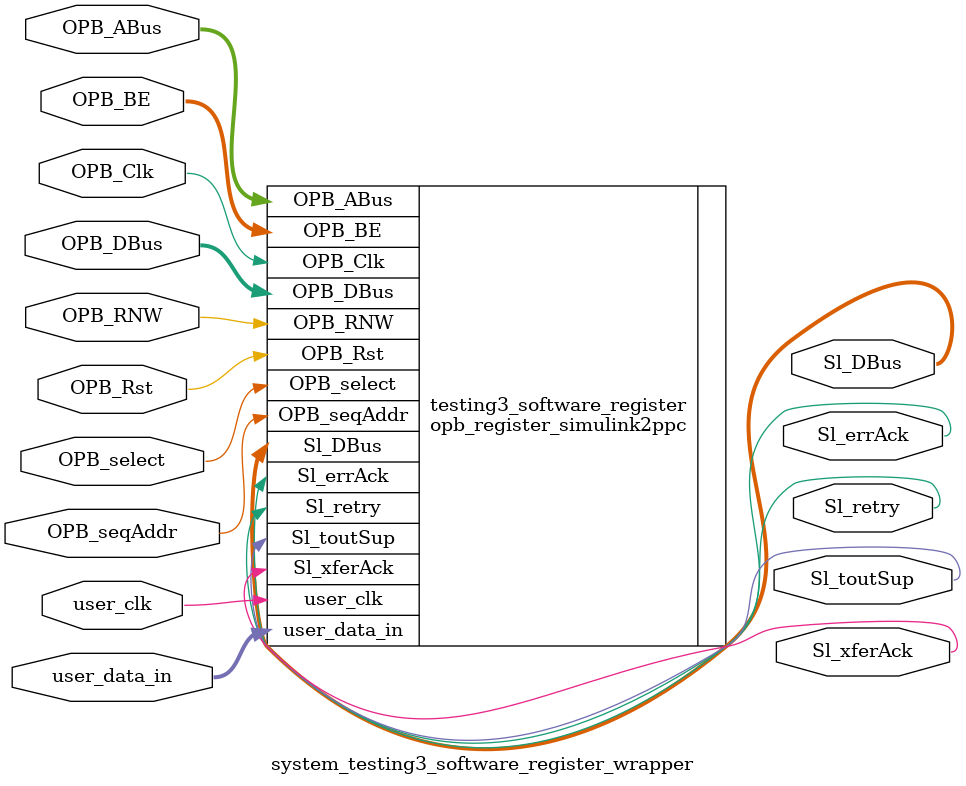
<source format=v>

module system_testing3_software_register_wrapper
  (
    OPB_Clk,
    OPB_Rst,
    Sl_DBus,
    Sl_errAck,
    Sl_retry,
    Sl_toutSup,
    Sl_xferAck,
    OPB_ABus,
    OPB_BE,
    OPB_DBus,
    OPB_RNW,
    OPB_select,
    OPB_seqAddr,
    user_data_in,
    user_clk
  );
  input OPB_Clk;
  input OPB_Rst;
  output [0:31] Sl_DBus;
  output Sl_errAck;
  output Sl_retry;
  output Sl_toutSup;
  output Sl_xferAck;
  input [0:31] OPB_ABus;
  input [0:3] OPB_BE;
  input [0:31] OPB_DBus;
  input OPB_RNW;
  input OPB_select;
  input OPB_seqAddr;
  input [31:0] user_data_in;
  input user_clk;

  opb_register_simulink2ppc
    #(
      .C_BASEADDR ( 32'h0100E100 ),
      .C_HIGHADDR ( 32'h0100E1FF ),
      .C_OPB_AWIDTH ( 32 ),
      .C_OPB_DWIDTH ( 32 ),
      .C_FAMILY ( "virtex6" )
    )
    testing3_software_register (
      .OPB_Clk ( OPB_Clk ),
      .OPB_Rst ( OPB_Rst ),
      .Sl_DBus ( Sl_DBus ),
      .Sl_errAck ( Sl_errAck ),
      .Sl_retry ( Sl_retry ),
      .Sl_toutSup ( Sl_toutSup ),
      .Sl_xferAck ( Sl_xferAck ),
      .OPB_ABus ( OPB_ABus ),
      .OPB_BE ( OPB_BE ),
      .OPB_DBus ( OPB_DBus ),
      .OPB_RNW ( OPB_RNW ),
      .OPB_select ( OPB_select ),
      .OPB_seqAddr ( OPB_seqAddr ),
      .user_data_in ( user_data_in ),
      .user_clk ( user_clk )
    );

endmodule


</source>
